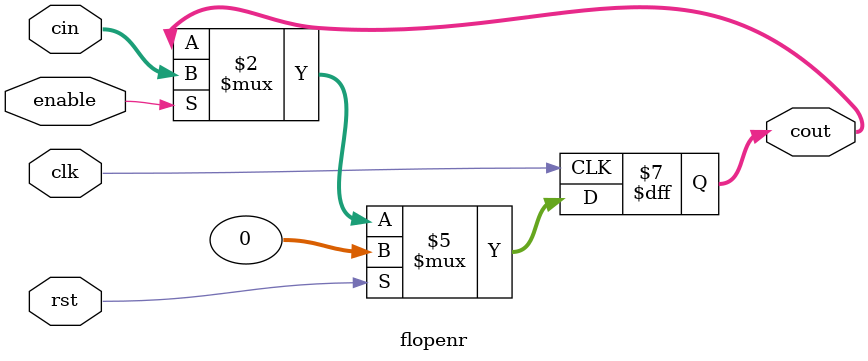
<source format=v>
`timescale 1ns / 1ps


module flopenr#(parameter WIDTH = 32)(
input wire clk,rst,enable,
input wire[WIDTH-1:0] cin,
output reg[WIDTH-1:0] cout
    );

always @(posedge clk) begin
	if (rst) begin
		// reset
		cout <= 0;
	end
	else if (enable) begin
		cout <= cin;
	end
end
endmodule

</source>
